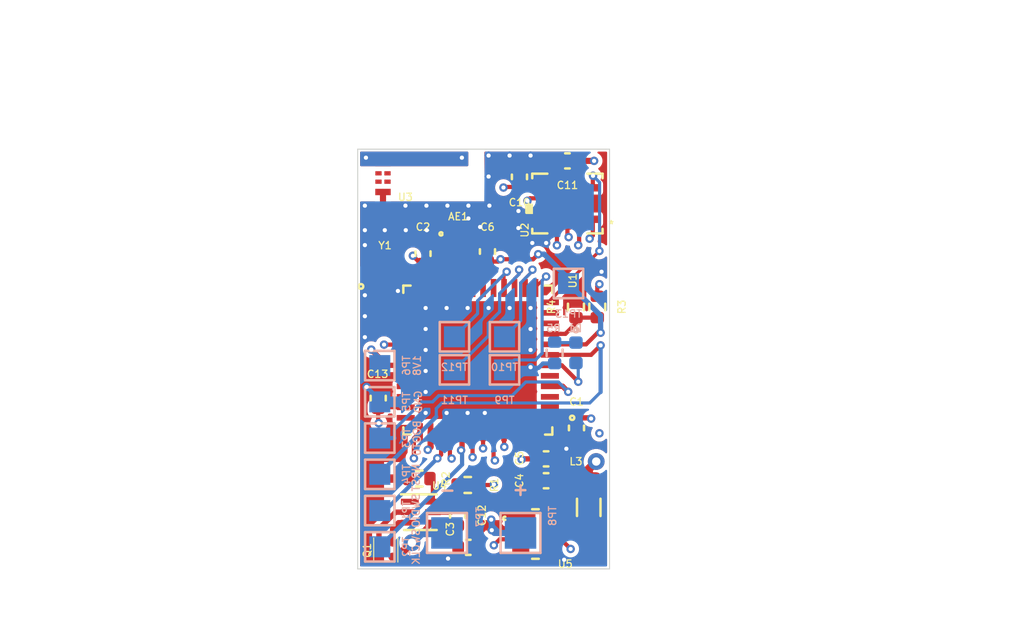
<source format=kicad_pcb>
(kicad_pcb (version 20171130) (host pcbnew 5.1.9-73d0e3b20d~88~ubuntu20.04.1)
  (layers (0 F.Cu jumper) (1 In1.Cu power) (2 In2.Cu power) (31 B.Cu signal) (34 B.Paste user) (35 F.Paste user) (36 B.SilkS user) (37 F.SilkS user) (38 B.Mask user) (39 F.Mask user) (44 Edge.Cuts user))
  (net 0 "")
  (net 1 "Net-(AE1-Pad1)")
  (net 2 GND)
  (net 3 /RF1)
  (net 4 "Net-(U1-Pad17)")
  (net 5 "Net-(U1-Pad18)")
  (net 6 "Net-(U1-Pad19)")
  (net 7 "Net-(U1-Pad24)")
  (net 8 "Net-(U1-Pad46)")
  (net 9 "Net-(U1-Pad47)")
  (net 10 "Net-(U1-Pad2)")
  (net 11 "Net-(U1-Pad3)")
  (net 12 "Net-(U1-Pad5)")
  (net 13 "Net-(U1-Pad10)")
  (net 14 "Net-(U1-Pad11)")
  (net 15 "Net-(U1-Pad25)")
  (net 16 "Net-(U1-Pad26)")
  (net 17 "Net-(U1-Pad27)")
  (net 18 "Net-(U1-Pad30)")
  (net 19 "Net-(U1-Pad36)")
  (net 20 "Net-(U2-Pad10)")
  (net 21 "Net-(U2-Pad11)")
  (net 22 +BATT)
  (net 23 /LSM_INT1)
  (net 24 /LSM_INT2)
  (net 25 "Net-(U3-Pad2)")
  (net 26 "Net-(U3-Pad3)")
  (net 27 "Net-(U3-Pad5)")
  (net 28 "Net-(U3-Pad6)")
  (net 29 /CS)
  (net 30 /SCK)
  (net 31 /MISO)
  (net 32 /MOSI)
  (net 33 /SWDIO)
  (net 34 /SWCLK)
  (net 35 /BOOT0)
  (net 36 "Net-(U4-Pad1)")
  (net 37 +1V8)
  (net 38 "Net-(L3-Pad1)")
  (net 39 /TPS_MODE)
  (net 40 /TPS_STOP)
  (net 41 /CELL-)
  (net 42 "Net-(C12-Pad1)")
  (net 43 "Net-(R2-Pad2)")
  (net 44 /D_gate)
  (net 45 /C_gate)
  (net 46 /BATT_LVL)
  (net 47 /NRST)
  (net 48 /RAD_PLANE)
  (net 49 /LED_1)
  (net 50 "Net-(D1-Pad1)")
  (net 51 /BTN_0)
  (net 52 /BTN_1)
  (net 53 /BTN_2)
  (net 54 /BTN_3)
  (net 55 "Net-(U1-Pad28)")
  (module step-footprints:AOCA32116E (layer F.Cu) (at 70.6628 38.1 90)
    (fp_text reference Q1 (at -0.0202 -1.2088 90) (layer F.SilkS) (effects (font (size 0.35 0.35) (thickness 0.06))))
    (fp_text value AOCA32116E)
    (pad 3 smd circle (at 0.325 -0.65 90) (size 0.33 0.33) (layers F.Cu F.Paste F.Mask) (net 45 /C_gate))
    (pad 2 smd circle (at -0.325 -0.65 90) (size 0.33 0.33) (layers F.Cu F.Paste F.Mask) (net 2 GND))
    (pad 4 smd circle (at 0.325 0 90) (size 0.33 0.33) (layers F.Cu F.Paste F.Mask) (net 44 /D_gate))
    (pad 1 smd circle (at -0.325 0 90) (size 0.33 0.33) (layers F.Cu F.Paste F.Mask) (net 41 /CELL-))
  )
  (module TestPoint:TestPoint_Pad_1.0x1.0mm (layer B.Cu) (at 79.0448 25.4)
    (fp_text reference TP13 (at 0 1.448) (layer B.SilkS) (effects (font (size 0.35 0.35) (thickness 0.06)) (justify mirror)))
    (fp_text value Test_Point_SMD hide)
    (pad 1 smd rect (at 0 0) (size 1 1) (layers B.Cu B.Mask) (net 37 +1V8))
  )
  (module TestPoint:TestPoint_Pad_1.0x1.0mm (layer B.Cu) (at 73.6092 27.94)
    (fp_text reference TP12 (at 0 1.448) (layer B.SilkS) (effects (font (size 0.35 0.35) (thickness 0.06)) (justify mirror)))
    (fp_text value Test_Point_SMD hide)
    (pad 1 smd rect (at 0 0) (size 1 1) (layers B.Cu B.Mask) (net 54 /BTN_3))
  )
  (module TestPoint:TestPoint_Pad_1.0x1.0mm (layer B.Cu) (at 73.6092 29.5148)
    (fp_text reference TP11 (at 0 1.448) (layer B.SilkS) (effects (font (size 0.35 0.35) (thickness 0.06)) (justify mirror)))
    (fp_text value Test_Point_SMD hide)
    (pad 1 smd rect (at 0 0) (size 1 1) (layers B.Cu B.Mask) (net 53 /BTN_2))
  )
  (module TestPoint:TestPoint_Pad_1.0x1.0mm (layer B.Cu) (at 75.9968 27.94)
    (fp_text reference TP10 (at 0 1.448) (layer B.SilkS) (effects (font (size 0.35 0.35) (thickness 0.06)) (justify mirror)))
    (fp_text value Test_Point_SMD hide)
    (pad 1 smd rect (at 0 0) (size 1 1) (layers B.Cu B.Mask) (net 52 /BTN_1))
  )
  (module TestPoint:TestPoint_Pad_1.0x1.0mm (layer B.Cu) (at 75.9968 29.5148)
    (fp_text reference TP9 (at 0 1.448) (layer B.SilkS) (effects (font (size 0.35 0.35) (thickness 0.06)) (justify mirror)))
    (fp_text value Test_Point_SMD hide)
    (pad 1 smd rect (at 0 0) (size 1 1) (layers B.Cu B.Mask) (net 51 /BTN_0))
  )
  (module Resistor_SMD:R_0402_1005Metric (layer B.Cu) (at 78.3844 28.702 270)
    (fp_text reference R5 (at -1.1684 0.0508 180) (layer B.SilkS) (effects (font (size 0.35 0.35) (thickness 0.06)) (justify mirror)))
    (fp_text value R_1K hide)
    (pad 2 smd roundrect (at 0.51 0 270) (size 0.54 0.64) (layers B.Cu B.Paste B.Mask) (net 2 GND))
    (pad 1 smd roundrect (at -0.51 0 270) (size 0.54 0.64) (layers B.Cu B.Paste B.Mask) (net 50 "Net-(D1-Pad1)"))
  )
  (module LED_SMD:LED_0402_1005Metric (layer B.Cu) (at 79.4004 28.702 270)
    (fp_text reference D1 (at -1.1684 0.0508 180) (layer B.SilkS) (effects (font (size 0.35 0.35) (thickness 0.06)) (justify mirror)))
    (fp_text value LED_Amber hide)
    (pad 2 smd roundrect (at 0.485 0 270) (size 0.59 0.64) (layers B.Cu B.Paste B.Mask) (net 49 /LED_1))
    (pad 1 smd roundrect (at -0.485 0 270) (size 0.59 0.64) (layers B.Cu B.Paste B.Mask) (net 50 "Net-(D1-Pad1)"))
  )
  (module TestPoint:TestPoint_Pad_1.5x1.5mm (layer B.Cu) (at 76.7588 37.2872)
    (fp_text reference TP8 (at 1.524 -0.8128 90) (layer B.SilkS) (effects (font (size 0.35 0.35) (thickness 0.06)) (justify mirror)))
    (fp_text value Test_Point_SMD hide)
    (pad 1 smd rect (at 0 0) (size 1.5 1.5) (layers B.Cu B.Mask) (net 22 +BATT))
  )
  (module TestPoint:TestPoint_Pad_1.5x1.5mm (layer B.Cu) (at 73.2536 37.2872)
    (fp_text reference TP7 (at 1.5748 -0.762 90) (layer B.SilkS) (effects (font (size 0.35 0.35) (thickness 0.06)) (justify mirror)))
    (fp_text value Test_Point_SMD hide)
    (pad 1 smd rect (at 0 0) (size 1.5 1.5) (layers B.Cu B.Mask) (net 41 /CELL-))
  )
  (module TestPoint:TestPoint_Pad_1.0x1.0mm (layer B.Cu) (at 70.0532 34.4932)
    (fp_text reference TP4 (at 1.27 0 90) (layer B.SilkS) (effects (font (size 0.35 0.35) (thickness 0.06)) (justify mirror)))
    (fp_text value Test_Point_SMD hide)
    (pad 1 smd rect (at 0 0) (size 1 1) (layers B.Cu B.Mask) (net 47 /NRST))
  )
  (module Resistor_SMD:R_0402_1005Metric (layer F.Cu) (at 79.4004 26.5176 90)
    (fp_text reference R4 (at 0 -1.17 90) (layer F.SilkS) (effects (font (size 0.35 0.35) (thickness 0.06))))
    (fp_text value R_100K)
    (pad 2 smd roundrect (at 0.51 0 90) (size 0.54 0.64) (layers F.Cu F.Paste F.Mask) (net 2 GND))
    (pad 1 smd roundrect (at -0.51 0 90) (size 0.54 0.64) (layers F.Cu F.Paste F.Mask) (net 46 /BATT_LVL))
  )
  (module Resistor_SMD:R_0402_1005Metric (layer F.Cu) (at 80.4164 26.5176 270)
    (fp_text reference R3 (at 0 -1.17 90) (layer F.SilkS) (effects (font (size 0.35 0.35) (thickness 0.06))))
    (fp_text value R_200K)
    (pad 2 smd roundrect (at 0.51 0 270) (size 0.54 0.64) (layers F.Cu F.Paste F.Mask) (net 46 /BATT_LVL))
    (pad 1 smd roundrect (at -0.51 0 270) (size 0.54 0.64) (layers F.Cu F.Paste F.Mask) (net 22 +BATT))
  )
  (module Capacitor_SMD:C_0402_1005Metric (layer F.Cu) (at 69.977 30.861 90)
    (fp_text reference C13 (at 1.143 -0.0254 180) (layer F.SilkS) (effects (font (size 0.35 0.35) (thickness 0.06))))
    (fp_text value C_100nF)
    (pad 2 smd roundrect (at 0.48 0 90) (size 0.56 0.62) (layers F.Cu F.Paste F.Mask) (net 2 GND))
    (pad 1 smd roundrect (at -0.48 0 90) (size 0.56 0.62) (layers F.Cu F.Paste F.Mask) (net 37 +1V8))
  )
  (module step-footprints:ANT016008LCS2442MA2 (layer F.Cu) (at 70.2056 20.35 270)
    (fp_text reference U3 (at 0.9352 -1.0668) (layer F.SilkS) (effects (font (size 0.35 0.35) (thickness 0.06))))
    (fp_text value ANT016008LCS2442MA2 hide)
    (pad 1 smd rect (at -0.690001 0) (size 0.7366 0.3048) (layers F.Cu F.Paste F.Mask) (net 48 /RAD_PLANE))
    (pad 2 smd rect (at -0.2 0.215011 270) (size 0.2032 0.3) (layers F.Cu F.Paste F.Mask) (net 25 "Net-(U3-Pad2)"))
    (pad 3 smd rect (at 0.2 0.215011 270) (size 0.2032 0.3) (layers F.Cu F.Paste F.Mask) (net 26 "Net-(U3-Pad3)"))
    (pad 4 smd rect (at 0.690001 0) (size 0.7366 0.3048) (layers F.Cu F.Paste F.Mask) (net 1 "Net-(AE1-Pad1)"))
    (pad 5 smd rect (at 0.2 -0.215011 270) (size 0.2032 0.3) (layers F.Cu F.Paste F.Mask) (net 27 "Net-(U3-Pad5)"))
    (pad 6 smd rect (at -0.2 -0.215011 270) (size 0.2032 0.3) (layers F.Cu F.Paste F.Mask) (net 28 "Net-(U3-Pad6)"))
  )
  (module Capacitor_SMD:C_0402_1005Metric (layer F.Cu) (at 73.7616 36.449 270)
    (fp_text reference C12 (at 0 -1.16 90) (layer F.SilkS) (effects (font (size 0.35 0.35) (thickness 0.06))))
    (fp_text value C_0.1uF)
    (pad 2 smd roundrect (at 0.48 0 270) (size 0.56 0.62) (layers F.Cu F.Paste F.Mask) (net 41 /CELL-))
    (pad 1 smd roundrect (at -0.48 0 270) (size 0.56 0.62) (layers F.Cu F.Paste F.Mask) (net 42 "Net-(C12-Pad1)"))
  )
  (module Resistor_SMD:R_0402_1005Metric (layer F.Cu) (at 71.9328 34.6964)
    (fp_text reference R2 (at 1.27 0 270) (layer F.SilkS) (effects (font (size 0.35 0.35) (thickness 0.06))))
    (fp_text value R_2.2K)
    (pad 2 smd roundrect (at 0.51 0) (size 0.54 0.64) (layers F.Cu F.Paste F.Mask) (net 43 "Net-(R2-Pad2)"))
    (pad 1 smd roundrect (at -0.51 0) (size 0.54 0.64) (layers F.Cu F.Paste F.Mask) (net 2 GND))
  )
  (module Resistor_SMD:R_0402_1005Metric (layer F.Cu) (at 74.2442 35.0012)
    (fp_text reference R1 (at 1.27 0 90) (layer F.SilkS) (effects (font (size 0.35 0.35) (thickness 0.06))))
    (fp_text value R_330)
    (pad 2 smd roundrect (at 0.51 0) (size 0.54 0.64) (layers F.Cu F.Paste F.Mask) (net 22 +BATT))
    (pad 1 smd roundrect (at -0.51 0) (size 0.54 0.64) (layers F.Cu F.Paste F.Mask) (net 42 "Net-(C12-Pad1)"))
  )
  (module Capacitor_SMD:C_0402_1005Metric (layer F.Cu) (at 77.978 34.798 180)
    (fp_text reference C4 (at 1.27 0 90) (layer F.SilkS) (effects (font (size 0.35 0.35) (thickness 0.06))))
    (fp_text value C_10uF)
    (pad 2 smd roundrect (at 0.48 0 180) (size 0.56 0.62) (layers F.Cu F.Paste F.Mask) (net 2 GND))
    (pad 1 smd roundrect (at -0.48 0 180) (size 0.56 0.62) (layers F.Cu F.Paste F.Mask) (net 37 +1V8))
  )
  (module step-footprints:TPS62840DLCR (layer F.Cu) (at 77.47 37.338)
    (fp_text reference U5 (at 1.4224 1.4224) (layer F.SilkS) (effects (font (size 0.35 0.35) (thickness 0.06))))
    (fp_text value TPS62840DLCR hide)
    (pad 1 smd rect (at -0.6985 -0.750001) (size 0.8128 0.254) (layers F.Cu F.Paste F.Mask) (net 2 GND))
    (pad 2 smd rect (at -0.6985 -0.25) (size 0.8128 0.254) (layers F.Cu F.Paste F.Mask) (net 22 +BATT))
    (pad 3 smd rect (at -0.6985 0.25) (size 0.8128 0.254) (layers F.Cu F.Paste F.Mask) (net 39 /TPS_MODE))
    (pad 4 smd rect (at -0.6985 0.750001) (size 0.8128 0.254) (layers F.Cu F.Paste F.Mask) (net 22 +BATT))
    (pad 5 smd rect (at 0.6985 0.750001) (size 0.8128 0.254) (layers F.Cu F.Paste F.Mask) (net 2 GND))
    (pad 6 smd rect (at 0.6985 0.25) (size 0.8128 0.254) (layers F.Cu F.Paste F.Mask) (net 40 /TPS_STOP))
    (pad 7 smd rect (at 0.6985 -0.25) (size 0.8128 0.254) (layers F.Cu F.Paste F.Mask) (net 38 "Net-(L3-Pad1)"))
    (pad 8 smd rect (at 0.6985 -0.750001) (size 0.8128 0.254) (layers F.Cu F.Paste F.Mask) (net 37 +1V8))
  )
  (module TestPoint:TestPoint_Pad_1.0x1.0mm (layer B.Cu) (at 70.0532 29.3116)
    (fp_text reference TP6 (at 1.27 0 90) (layer B.SilkS) (effects (font (size 0.35 0.35) (thickness 0.06)) (justify mirror)))
    (fp_text value Test_Point_SMD)
    (pad 1 smd rect (at 0 0) (size 1 1) (layers B.Cu B.Mask) (net 37 +1V8))
  )
  (module TestPoint:TestPoint_Pad_1.0x1.0mm (layer B.Cu) (at 70.0532 31.0388)
    (fp_text reference TP5 (at 1.27 0 90) (layer B.SilkS) (effects (font (size 0.35 0.35) (thickness 0.06)) (justify mirror)))
    (fp_text value Test_Point_SMD)
    (pad 1 smd rect (at 0 0) (size 1 1) (layers B.Cu B.Mask) (net 2 GND))
  )
  (module TestPoint:TestPoint_Pad_1.0x1.0mm (layer B.Cu) (at 70.0532 32.766)
    (fp_text reference TP3 (at 1.27 0 90) (layer B.SilkS) (effects (font (size 0.35 0.35) (thickness 0.06)) (justify mirror)))
    (fp_text value Test_Point_SMD)
    (pad 1 smd rect (at 0 0) (size 1 1) (layers B.Cu B.Mask) (net 35 /BOOT0))
  )
  (module TestPoint:TestPoint_Pad_1.0x1.0mm (layer B.Cu) (at 70.0532 37.9476)
    (fp_text reference TP2 (at 1.27 0 90) (layer B.SilkS) (effects (font (size 0.35 0.35) (thickness 0.06)) (justify mirror)))
    (fp_text value Test_Point_SMD)
    (pad 1 smd rect (at 0 0) (size 1 1) (layers B.Cu B.Mask) (net 34 /SWCLK))
  )
  (module TestPoint:TestPoint_Pad_1.0x1.0mm (layer B.Cu) (at 70.0532 36.2204)
    (fp_text reference TP1 (at 1.27 0 90) (layer B.SilkS) (effects (font (size 0.35 0.35) (thickness 0.06)) (justify mirror)))
    (fp_text value Test_Point_SMD)
    (pad 1 smd rect (at 0 0) (size 1 1) (layers B.Cu B.Mask) (net 33 /SWDIO))
  )
  (module Inductor_SMD:L_0805_2012Metric_Pad1.05x1.20mm_HandSolder (layer F.Cu) (at 80.01 36.068 90)
    (fp_text reference L3 (at 2.1844 -0.6096) (layer F.SilkS) (effects (font (size 0.35 0.35) (thickness 0.06))))
    (fp_text value L_2.2uH)
    (pad 2 smd roundrect (at 1.15 0 90) (size 1.05 1.2) (layers F.Cu F.Paste F.Mask) (roundrect_rratio 0.238095) (net 37 +1V8))
    (pad 1 smd roundrect (at -1.15 0 90) (size 1.05 1.2) (layers F.Cu F.Paste F.Mask) (roundrect_rratio 0.238095) (net 38 "Net-(L3-Pad1)"))
  )
  (module Capacitor_SMD:C_0402_1005Metric (layer F.Cu) (at 74.2696 37.973 180)
    (fp_text reference C3 (at 0.8636 0.8636 270) (layer F.SilkS) (effects (font (size 0.35 0.35) (thickness 0.06))))
    (fp_text value C_4.7uF)
    (pad 2 smd roundrect (at 0.48 0 180) (size 0.56 0.62) (layers F.Cu F.Paste F.Mask) (net 2 GND))
    (pad 1 smd roundrect (at -0.48 0 180) (size 0.56 0.62) (layers F.Cu F.Paste F.Mask) (net 22 +BATT))
  )
  (module Package_SON:WSON-6_1.5x1.5mm_P0.5mm (layer F.Cu) (at 72.009 36.2966)
    (fp_text reference U4 (at 0.8876 -1.26) (layer F.SilkS) (effects (font (size 0.35 0.35) (thickness 0.06))))
    (fp_text value BQ297xy)
    (pad 1 smd rect (at -0.525 -0.5 270) (size 0.28 0.85) (layers F.Cu F.Paste F.Mask) (net 36 "Net-(U4-Pad1)"))
    (pad 2 smd rect (at -0.575 0 270) (size 0.28 0.75) (layers F.Cu F.Paste F.Mask) (net 45 /C_gate))
    (pad 3 smd rect (at -0.575 0.5 270) (size 0.28 0.75) (layers F.Cu F.Paste F.Mask) (net 44 /D_gate))
    (pad 4 smd rect (at 0.575 0.5 270) (size 0.28 0.75) (layers F.Cu F.Paste F.Mask) (net 41 /CELL-))
    (pad 5 smd rect (at 0.575 0 270) (size 0.28 0.75) (layers F.Cu F.Paste F.Mask) (net 42 "Net-(C12-Pad1)"))
    (pad 6 smd rect (at 0.575 -0.5 270) (size 0.28 0.75) (layers F.Cu F.Paste F.Mask) (net 43 "Net-(R2-Pad2)"))
  )
  (module Capacitor_SMD:C_0402_1005Metric (layer F.Cu) (at 78.994 19.558 180)
    (fp_text reference C11 (at 0 -1.16) (layer F.SilkS) (effects (font (size 0.35 0.35) (thickness 0.06))))
    (fp_text value C_100nF)
    (pad 2 smd roundrect (at 0.48 0 180) (size 0.56 0.62) (layers F.Cu F.Paste F.Mask) (net 2 GND))
    (pad 1 smd roundrect (at -0.48 0 180) (size 0.56 0.62) (layers F.Cu F.Paste F.Mask) (net 37 +1V8))
  )
  (module Capacitor_SMD:C_0402_1005Metric (layer F.Cu) (at 76.708 20.32 90)
    (fp_text reference C10 (at -1.2192 0 180) (layer F.SilkS) (effects (font (size 0.35 0.35) (thickness 0.06))))
    (fp_text value C_100nF)
    (pad 2 smd roundrect (at 0.48 0 90) (size 0.56 0.62) (layers F.Cu F.Paste F.Mask) (net 2 GND))
    (pad 1 smd roundrect (at -0.48 0 90) (size 0.56 0.62) (layers F.Cu F.Paste F.Mask) (net 37 +1V8))
  )
  (module Capacitor_SMD:C_0402_1005Metric (layer F.Cu) (at 75.184 23.876 90)
    (fp_text reference C6 (at 1.1684 0) (layer F.SilkS) (effects (font (size 0.35 0.35) (thickness 0.06))))
    (fp_text value C_100nF)
    (pad 2 smd roundrect (at 0.48 0 90) (size 0.56 0.62) (layers F.Cu F.Paste F.Mask) (net 2 GND))
    (pad 1 smd roundrect (at -0.48 0 90) (size 0.56 0.62) (layers F.Cu F.Paste F.Mask) (net 37 +1V8))
  )
  (module Capacitor_SMD:C_0402_1005Metric (layer F.Cu) (at 77.978 33.7566)
    (fp_text reference C5 (at -1.27 -0.0254 90) (layer F.SilkS) (effects (font (size 0.35 0.35) (thickness 0.06))))
    (fp_text value C_100nF)
    (pad 2 smd roundrect (at 0.48 0) (size 0.56 0.62) (layers F.Cu F.Paste F.Mask) (net 2 GND))
    (pad 1 smd roundrect (at -0.48 0) (size 0.56 0.62) (layers F.Cu F.Paste F.Mask) (net 37 +1V8))
  )
  (module Capacitor_SMD:C_0402_1005Metric (layer F.Cu) (at 72.1106 23.9776 90)
    (fp_text reference C2 (at 1.27 0 180) (layer F.SilkS) (effects (font (size 0.35 0.35) (thickness 0.06))))
    (fp_text value C_100nF)
    (pad 2 smd roundrect (at 0.48 0 90) (size 0.56 0.62) (layers F.Cu F.Paste F.Mask) (net 2 GND))
    (pad 1 smd roundrect (at -0.48 0 90) (size 0.56 0.62) (layers F.Cu F.Paste F.Mask) (net 37 +1V8))
  )
  (module Capacitor_SMD:C_0402_1005Metric (layer F.Cu) (at 79.4258 32.2834 270)
    (fp_text reference C1 (at -1.2446 0) (layer F.SilkS) (effects (font (size 0.35 0.35) (thickness 0.06))))
    (fp_text value C_100nF)
    (pad 2 smd roundrect (at 0.48 0 270) (size 0.56 0.62) (layers F.Cu F.Paste F.Mask) (net 2 GND))
    (pad 1 smd roundrect (at -0.48 0 270) (size 0.56 0.62) (layers F.Cu F.Paste F.Mask) (net 37 +1V8))
  )
  (module step-footprints:LSM6DSO32TR (layer F.Cu) (at 78.994 21.59 180)
    (fp_text reference U2 (at 2.032 -1.27 90) (layer F.SilkS) (effects (font (size 0.35 0.35) (thickness 0.06))))
    (fp_text value LSM6DSO32TR)
    (fp_text user * (at -2.0828 -1) (layer F.SilkS) (effects (font (size 0.35 0.35) (thickness 0.06))))
    (fp_text user * (at -2.0828 -1) (layer F.SilkS) (effects (font (size 0.35 0.35) (thickness 0.06))))
    (pad 1 smd rect (at -1.2103 -0.750001 270) (size 0.351536 0.57658) (layers F.Cu F.Paste F.Mask) (net 31 /MISO))
    (pad 2 smd rect (at -1.2103 -0.25 270) (size 0.351536 0.57658) (layers F.Cu F.Paste F.Mask) (net 2 GND))
    (pad 3 smd rect (at -1.2103 0.25 270) (size 0.351536 0.57658) (layers F.Cu F.Paste F.Mask) (net 2 GND))
    (pad 4 smd rect (at -1.2103 0.750001 270) (size 0.351536 0.57658) (layers F.Cu F.Paste F.Mask) (net 23 /LSM_INT1))
    (pad 5 smd rect (at -0.499999 0.9563 180) (size 0.351536 0.57658) (layers F.Cu F.Paste F.Mask) (net 37 +1V8))
    (pad 6 smd rect (at 0 0.9563 180) (size 0.351536 0.57658) (layers F.Cu F.Paste F.Mask) (net 2 GND))
    (pad 7 smd rect (at 0.499999 0.9563 180) (size 0.351536 0.57658) (layers F.Cu F.Paste F.Mask) (net 2 GND))
    (pad 8 smd rect (at 1.2103 0.750001 270) (size 0.351536 0.57658) (layers F.Cu F.Paste F.Mask) (net 37 +1V8))
    (pad 9 smd rect (at 1.2103 0.25 270) (size 0.351536 0.57658) (layers F.Cu F.Paste F.Mask) (net 24 /LSM_INT2))
    (pad 10 smd rect (at 1.2103 -0.25 270) (size 0.351536 0.57658) (layers F.Cu F.Paste F.Mask) (net 20 "Net-(U2-Pad10)"))
    (pad 11 smd rect (at 1.2103 -0.750001 270) (size 0.351536 0.57658) (layers F.Cu F.Paste F.Mask) (net 21 "Net-(U2-Pad11)"))
    (pad 12 smd rect (at 0.499999 -0.9563 180) (size 0.351536 0.57658) (layers F.Cu F.Paste F.Mask) (net 29 /CS))
    (pad 13 smd rect (at 0 -0.9563 180) (size 0.351536 0.57658) (layers F.Cu F.Paste F.Mask) (net 30 /SCK))
    (pad 14 smd rect (at -0.499999 -0.9563 180) (size 0.351536 0.57658) (layers F.Cu F.Paste F.Mask) (net 32 /MOSI))
  )
  (module step-footprints:OSCSC105P160X120X35-4N (layer F.Cu) (at 70.1548 24.7396)
    (fp_text reference Y1 (at 0.150113 -1.150848) (layer F.SilkS) (effects (font (size 0.35 0.35) (thickness 0.06))))
    (fp_text value NX1612SA-32.000MHZ-CHP-CIS-3)
    (pad 4 smd rect (at -0.525 -0.375) (size 0.75 0.65) (layers F.Cu F.Paste) (net 2 GND))
    (pad 3 smd rect (at 0.525 -0.375) (size 0.75 0.65) (layers F.Cu F.Paste) (net 7 "Net-(U1-Pad24)"))
    (pad 1 smd rect (at -0.525 0.375) (size 0.75 0.65) (layers F.Cu F.Paste) (net 15 "Net-(U1-Pad25)"))
    (pad 2 smd rect (at 0.525 0.375) (size 0.75 0.65) (layers F.Cu F.Paste) (net 2 GND))
  )
  (module step-footprints:MLPF-WB55-01E3 (layer F.Cu) (at 73.724 23.622)
    (fp_text reference AE1 (at 0.063 -1.412) (layer F.SilkS) (effects (font (size 0.35 0.35) (thickness 0.06))))
    (fp_text value MLPF-WB55-01E3)
    (pad 1 smd rect (at -0.254 -0.586999) (size 0.2032 0.2032) (layers F.Cu F.Paste F.Mask) (net 1 "Net-(AE1-Pad1)"))
    (pad 2 smd rect (at -0.254 0) (size 0.2032 0.2032) (layers F.Cu F.Paste F.Mask) (net 2 GND))
    (pad 3 smd rect (at -0.254 0.586999) (size 0.2032 0.2032) (layers F.Cu F.Paste F.Mask) (net 3 /RF1))
    (pad 4 smd rect (at 0.254 0.586999) (size 0.2032 0.2032) (layers F.Cu F.Paste F.Mask) (net 2 GND))
    (pad 5 smd rect (at 0.254 0) (size 0.2032 0.2032) (layers F.Cu F.Paste F.Mask) (net 2 GND))
    (pad 6 smd rect (at 0.254 -0.586999) (size 0.2032 0.2032) (layers F.Cu F.Paste F.Mask) (net 2 GND))
  )
  (module step-footprints:QFN50P700X700X60-49N (layer F.Cu) (at 74.724 29.05 180)
    (fp_text reference U1 (at -4.524 3.777 90) (layer F.SilkS) (effects (font (size 0.35 0.35) (thickness 0.06))))
    (fp_text value STM32WB55CEU6TR)
    (pad 13 smd roundrect (at -2.75 3.435 270) (size 0.86 0.27) (layers F.Cu F.Paste F.Mask) (roundrect_rratio 0.03) (net 51 /BTN_0))
    (pad 14 smd roundrect (at -2.25 3.435 270) (size 0.86 0.27) (layers F.Cu F.Paste F.Mask) (roundrect_rratio 0.03) (net 52 /BTN_1))
    (pad 15 smd roundrect (at -1.75 3.435 270) (size 0.86 0.27) (layers F.Cu F.Paste F.Mask) (roundrect_rratio 0.03) (net 53 /BTN_2))
    (pad 16 smd roundrect (at -1.25 3.435 270) (size 0.86 0.27) (layers F.Cu F.Paste F.Mask) (roundrect_rratio 0.03) (net 54 /BTN_3))
    (pad 17 smd roundrect (at -0.75 3.435 270) (size 0.86 0.27) (layers F.Cu F.Paste F.Mask) (roundrect_rratio 0.03) (net 4 "Net-(U1-Pad17)"))
    (pad 18 smd roundrect (at -0.25 3.435 270) (size 0.86 0.27) (layers F.Cu F.Paste F.Mask) (roundrect_rratio 0.03) (net 5 "Net-(U1-Pad18)"))
    (pad 19 smd roundrect (at 0.25 3.435 270) (size 0.86 0.27) (layers F.Cu F.Paste F.Mask) (roundrect_rratio 0.03) (net 6 "Net-(U1-Pad19)"))
    (pad 20 smd roundrect (at 0.75 3.435 270) (size 0.86 0.27) (layers F.Cu F.Paste F.Mask) (roundrect_rratio 0.03) (net 37 +1V8))
    (pad 21 smd roundrect (at 1.25 3.435 270) (size 0.86 0.27) (layers F.Cu F.Paste F.Mask) (roundrect_rratio 0.03) (net 3 /RF1))
    (pad 22 smd roundrect (at 1.75 3.435 270) (size 0.86 0.27) (layers F.Cu F.Paste F.Mask) (roundrect_rratio 0.03) (net 2 GND))
    (pad 23 smd roundrect (at 2.25 3.435 270) (size 0.86 0.27) (layers F.Cu F.Paste F.Mask) (roundrect_rratio 0.03) (net 37 +1V8))
    (pad 24 smd roundrect (at 2.75 3.435 270) (size 0.86 0.27) (layers F.Cu F.Paste F.Mask) (roundrect_rratio 0.03) (net 7 "Net-(U1-Pad24)"))
    (pad 37 smd roundrect (at 2.75 -3.435 270) (size 0.86 0.27) (layers F.Cu F.Paste F.Mask) (roundrect_rratio 0.03) (net 39 /TPS_MODE))
    (pad 38 smd roundrect (at 2.25 -3.435 270) (size 0.86 0.27) (layers F.Cu F.Paste F.Mask) (roundrect_rratio 0.03) (net 40 /TPS_STOP))
    (pad 39 smd roundrect (at 1.75 -3.435 270) (size 0.86 0.27) (layers F.Cu F.Paste F.Mask) (roundrect_rratio 0.03) (net 33 /SWDIO))
    (pad 40 smd roundrect (at 1.25 -3.435 270) (size 0.86 0.27) (layers F.Cu F.Paste F.Mask) (roundrect_rratio 0.03) (net 37 +1V8))
    (pad 41 smd roundrect (at 0.75 -3.435 270) (size 0.86 0.27) (layers F.Cu F.Paste F.Mask) (roundrect_rratio 0.03) (net 34 /SWCLK))
    (pad 42 smd roundrect (at 0.25 -3.435 270) (size 0.86 0.27) (layers F.Cu F.Paste F.Mask) (roundrect_rratio 0.03) (net 29 /CS))
    (pad 43 smd roundrect (at -0.25 -3.435 270) (size 0.86 0.27) (layers F.Cu F.Paste F.Mask) (roundrect_rratio 0.03) (net 30 /SCK))
    (pad 44 smd roundrect (at -0.75 -3.435 270) (size 0.86 0.27) (layers F.Cu F.Paste F.Mask) (roundrect_rratio 0.03) (net 31 /MISO))
    (pad 45 smd roundrect (at -1.25 -3.435 270) (size 0.86 0.27) (layers F.Cu F.Paste F.Mask) (roundrect_rratio 0.03) (net 32 /MOSI))
    (pad 46 smd roundrect (at -1.75 -3.435 270) (size 0.86 0.27) (layers F.Cu F.Paste F.Mask) (roundrect_rratio 0.03) (net 8 "Net-(U1-Pad46)"))
    (pad 47 smd roundrect (at -2.25 -3.435 270) (size 0.86 0.27) (layers F.Cu F.Paste F.Mask) (roundrect_rratio 0.03) (net 9 "Net-(U1-Pad47)"))
    (pad 48 smd roundrect (at -2.75 -3.435 270) (size 0.86 0.27) (layers F.Cu F.Paste F.Mask) (roundrect_rratio 0.03) (net 37 +1V8))
    (pad 1 smd roundrect (at -3.435 -2.75 180) (size 0.86 0.27) (layers F.Cu F.Paste F.Mask) (roundrect_rratio 0.03) (net 37 +1V8))
    (pad 2 smd roundrect (at -3.435 -2.25 180) (size 0.86 0.27) (layers F.Cu F.Paste F.Mask) (roundrect_rratio 0.03) (net 10 "Net-(U1-Pad2)"))
    (pad 3 smd roundrect (at -3.435 -1.75 180) (size 0.86 0.27) (layers F.Cu F.Paste F.Mask) (roundrect_rratio 0.03) (net 11 "Net-(U1-Pad3)"))
    (pad 4 smd roundrect (at -3.435 -1.25 180) (size 0.86 0.27) (layers F.Cu F.Paste F.Mask) (roundrect_rratio 0.03) (net 35 /BOOT0))
    (pad 5 smd roundrect (at -3.435 -0.75 180) (size 0.86 0.27) (layers F.Cu F.Paste F.Mask) (roundrect_rratio 0.03) (net 12 "Net-(U1-Pad5)"))
    (pad 6 smd roundrect (at -3.435 -0.25 180) (size 0.86 0.27) (layers F.Cu F.Paste F.Mask) (roundrect_rratio 0.03) (net 49 /LED_1))
    (pad 7 smd roundrect (at -3.435 0.25 180) (size 0.86 0.27) (layers F.Cu F.Paste F.Mask) (roundrect_rratio 0.03) (net 47 /NRST))
    (pad 8 smd roundrect (at -3.435 0.75 180) (size 0.86 0.27) (layers F.Cu F.Paste F.Mask) (roundrect_rratio 0.03) (net 37 +1V8))
    (pad 9 smd roundrect (at -3.435 1.25 180) (size 0.86 0.27) (layers F.Cu F.Paste F.Mask) (roundrect_rratio 0.03) (net 46 /BATT_LVL))
    (pad 10 smd roundrect (at -3.435 1.75 180) (size 0.86 0.27) (layers F.Cu F.Paste F.Mask) (roundrect_rratio 0.03) (net 13 "Net-(U1-Pad10)"))
    (pad 11 smd roundrect (at -3.435 2.25 180) (size 0.86 0.27) (layers F.Cu F.Paste F.Mask) (roundrect_rratio 0.03) (net 14 "Net-(U1-Pad11)"))
    (pad 12 smd roundrect (at -3.435 2.75 180) (size 0.86 0.27) (layers F.Cu F.Paste F.Mask) (roundrect_rratio 0.03) (net 23 /LSM_INT1))
    (pad 25 smd roundrect (at 3.435 2.75 180) (size 0.86 0.27) (layers F.Cu F.Paste F.Mask) (roundrect_rratio 0.03) (net 15 "Net-(U1-Pad25)"))
    (pad 26 smd roundrect (at 3.435 2.25 180) (size 0.86 0.27) (layers F.Cu F.Paste F.Mask) (roundrect_rratio 0.03) (net 16 "Net-(U1-Pad26)"))
    (pad 27 smd roundrect (at 3.435 1.75 180) (size 0.86 0.27) (layers F.Cu F.Paste F.Mask) (roundrect_rratio 0.03) (net 17 "Net-(U1-Pad27)"))
    (pad 28 smd roundrect (at 3.435 1.25 180) (size 0.86 0.27) (layers F.Cu F.Paste F.Mask) (roundrect_rratio 0.03) (net 55 "Net-(U1-Pad28)"))
    (pad 29 smd roundrect (at 3.435 0.75 180) (size 0.86 0.27) (layers F.Cu F.Paste F.Mask) (roundrect_rratio 0.03) (net 24 /LSM_INT2))
    (pad 30 smd roundrect (at 3.435 0.25 180) (size 0.86 0.27) (layers F.Cu F.Paste F.Mask) (roundrect_rratio 0.03) (net 18 "Net-(U1-Pad30)"))
    (pad 31 smd roundrect (at 3.435 -0.25 180) (size 0.86 0.27) (layers F.Cu F.Paste F.Mask) (roundrect_rratio 0.03) (net 37 +1V8))
    (pad 32 smd roundrect (at 3.435 -0.75 180) (size 0.86 0.27) (layers F.Cu F.Paste F.Mask) (roundrect_rratio 0.03) (net 2 GND))
    (pad 33 smd roundrect (at 3.435 -1.25 180) (size 0.86 0.27) (layers F.Cu F.Paste F.Mask) (roundrect_rratio 0.03) (net 37 +1V8))
    (pad 34 smd roundrect (at 3.435 -1.75 180) (size 0.86 0.27) (layers F.Cu F.Paste F.Mask) (roundrect_rratio 0.03) (net 37 +1V8))
    (pad 35 smd roundrect (at 3.435 -2.25 180) (size 0.86 0.27) (layers F.Cu F.Paste F.Mask) (roundrect_rratio 0.03) (net 37 +1V8))
    (pad 36 smd roundrect (at 3.435 -2.75 180) (size 0.86 0.27) (layers F.Cu F.Paste F.Mask) (roundrect_rratio 0.03) (net 19 "Net-(U1-Pad36)"))
    (pad 49 smd rect (at 0 0 180) (size 5.6 5.6) (layers F.Cu F.Mask) (net 2 GND))
  )
  (gr_text 1V8 (at 71.8312 29.3116 90) (layer B.SilkS) (effects (font (size 0.35 0.35) (thickness 0.06)) (justify mirror)))
  (gr_text GND (at 71.882 31.0388 90) (layer B.SilkS) (effects (font (size 0.35 0.35) (thickness 0.06)) (justify mirror)))
  (gr_text BOOT0 (at 71.8312 32.766 90) (layer B.SilkS) (effects (font (size 0.35 0.35) (thickness 0.06)) (justify mirror)))
  (gr_text NRST (at 71.7804 34.6456 90) (layer B.SilkS) (effects (font (size 0.35 0.35) (thickness 0.06)) (justify mirror)))
  (gr_text SWCLK (at 71.7804 37.9476 90) (layer B.SilkS) (effects (font (size 0.35 0.35) (thickness 0.06)) (justify mirror)))
  (gr_text SWDIO (at 71.7804 36.2204 90) (layer B.SilkS) (effects (font (size 0.35 0.35) (thickness 0.06)) (justify mirror)))
  (gr_text - (at 73.279 35.2298) (layer B.SilkS) (effects (font (size 0.6 0.6) (thickness 0.12))))
  (gr_text + (at 76.7588 35.2044) (layer B.SilkS) (effects (font (size 0.6 0.6) (thickness 0.12))))
  (gr_line (start 69 39) (end 69 19) (layer Edge.Cuts) (width 0.05))
  (gr_line (start 81 39) (end 69 39) (layer Edge.Cuts) (width 0.05))
  (gr_line (start 81 19) (end 81 39) (layer Edge.Cuts) (width 0.05))
  (gr_line (start 69 19) (end 81 19) (layer Edge.Cuts) (width 0.05))
  (segment (start 73.47 22.923001) (end 73.47 22.67) (width 0.2) (layer F.Cu) (net 1))
  (segment (start 73.47 23.035001) (end 73.47 22.923001) (width 0.2) (layer F.Cu) (net 1))
  (segment (start 73.47 22.5684) (end 73.47 22.67) (width 0.29337) (layer F.Cu) (net 1))
  (segment (start 73.2028 22.3012) (end 73.47 22.5684) (width 0.29337) (layer F.Cu) (net 1))
  (segment (start 70.4088 22.3012) (end 73.2028 22.3012) (width 0.29337) (layer F.Cu) (net 1))
  (segment (start 70.2056 22.098) (end 70.4088 22.3012) (width 0.29337) (layer F.Cu) (net 1))
  (segment (start 70.2056 21.040001) (end 70.2056 22.098) (width 0.29337) (layer F.Cu) (net 1))
  (via (at 74.2752 22.3012) (size 0.4) (drill 0.2) (layers F.Cu B.Cu) (net 2))
  (via (at 74.834 22.7076) (size 0.4) (drill 0.2) (layers F.Cu B.Cu) (net 2))
  (via (at 69.342 25.9588) (size 0.4) (drill 0.2) (layers F.Cu B.Cu) (net 2))
  (via (at 69.342 26.9588) (size 0.4) (drill 0.2) (layers F.Cu B.Cu) (net 2))
  (via (at 69.342 27.9588) (size 0.4) (drill 0.2) (layers F.Cu B.Cu) (net 2))
  (via (at 80.6196 24.8412) (size 0.4) (drill 0.2) (layers F.Cu B.Cu) (net 2))
  (via (at 77.9808 23.4696) (size 0.4) (drill 0.2) (layers F.Cu B.Cu) (net 2))
  (via (at 76.6572 22.7584) (size 0.4) (drill 0.2) (layers F.Cu B.Cu) (net 2))
  (via (at 76.66 21.9456) (size 0.4) (drill 0.2) (layers F.Cu B.Cu) (net 2))
  (via (at 77.3204 23.4696) (size 0.4) (drill 0.2) (layers F.Cu B.Cu) (net 2))
  (via (at 69.342 23.5712) (size 0.4) (drill 0.2) (layers F.Cu B.Cu) (net 2))
  (via (at 69.342 21.6916) (size 0.4) (drill 0.2) (layers F.Cu B.Cu) (net 2))
  (via (at 71.2752 21.6916) (size 0.4) (drill 0.2) (layers F.Cu B.Cu) (net 2))
  (via (at 75.2376 19.304) (size 0.4) (drill 0.2) (layers F.Cu B.Cu) (net 2))
  (segment (start 78.494001 19.577999) (end 78.514 19.558) (width 0.29337) (layer F.Cu) (net 2))
  (segment (start 78.494001 20.6337) (end 78.494001 19.577999) (width 0.29337) (layer F.Cu) (net 2))
  (segment (start 78.994 20.6337) (end 78.494001 20.6337) (width 0.15) (layer F.Cu) (net 2))
  (segment (start 80.2043 21.34) (end 80.2043 21.84) (width 0.15) (layer F.Cu) (net 2))
  (segment (start 78.994 21.092761) (end 78.994 20.6337) (width 0.15) (layer F.Cu) (net 2))
  (segment (start 79.241239 21.34) (end 78.994 21.092761) (width 0.15) (layer F.Cu) (net 2))
  (segment (start 80.2043 21.34) (end 79.241239 21.34) (width 0.15) (layer F.Cu) (net 2))
  (segment (start 76.7715 36.587999) (end 76.7715 36.1315) (width 0.29337) (layer F.Cu) (net 2))
  (segment (start 78.458 33.7566) (end 78.458 33.7312) (width 0.254) (layer F.Cu) (net 2))
  (via (at 78.9432 33.274) (size 0.4) (drill 0.2) (layers F.Cu B.Cu) (net 2))
  (segment (start 78.9673 33.2499) (end 78.9432 33.274) (width 0.254) (layer F.Cu) (net 2))
  (segment (start 78.9673 33.2219) (end 78.9673 33.2499) (width 0.254) (layer F.Cu) (net 2))
  (segment (start 78.458 33.7312) (end 78.9673 33.2219) (width 0.254) (layer F.Cu) (net 2))
  (segment (start 78.9673 33.2219) (end 79.4258 32.7634) (width 0.254) (layer F.Cu) (net 2))
  (via (at 69.342 22.86) (size 0.4) (drill 0.2) (layers F.Cu B.Cu) (net 2))
  (via (at 70.2912 22.86) (size 0.4) (drill 0.2) (layers F.Cu B.Cu) (net 2))
  (via (at 71.2912 22.86) (size 0.4) (drill 0.2) (layers F.Cu B.Cu) (net 2))
  (via (at 72.2912 22.86) (size 0.4) (drill 0.2) (layers F.Cu B.Cu) (net 2))
  (via (at 75.2376 20.304) (size 0.4) (drill 0.2) (layers F.Cu B.Cu) (net 2))
  (segment (start 69.579 24.59) (end 69.579 24.251) (width 0.2) (layer F.Cu) (net 2))
  (via (at 69.425 30.3276) (size 0.4) (drill 0.2) (layers F.Cu B.Cu) (net 2))
  (segment (start 70.0532 30.9558) (end 69.425 30.3276) (width 0.2) (layer B.Cu) (net 2))
  (segment (start 70.0532 31.0388) (end 70.0532 30.9558) (width 0.2) (layer B.Cu) (net 2))
  (via (at 72.2752 21.6916) (size 0.4) (drill 0.2) (layers F.Cu B.Cu) (net 2))
  (via (at 73.2752 21.6916) (size 0.4) (drill 0.2) (layers F.Cu B.Cu) (net 2))
  (via (at 74.2752 21.6916) (size 0.4) (drill 0.2) (layers F.Cu B.Cu) (net 2))
  (via (at 75.2752 21.6916) (size 0.4) (drill 0.2) (layers F.Cu B.Cu) (net 2))
  (via (at 70.9168 25.7556) (size 0.4) (drill 0.2) (layers F.Cu B.Cu) (net 2))
  (segment (start 70.6798 25.5186) (end 70.9168 25.7556) (width 0.2) (layer F.Cu) (net 2))
  (segment (start 70.6798 25.1146) (end 70.6798 25.5186) (width 0.2) (layer F.Cu) (net 2))
  (via (at 76.2376 19.304) (size 0.4) (drill 0.2) (layers F.Cu B.Cu) (net 2))
  (via (at 77.2376 19.304) (size 0.4) (drill 0.2) (layers F.Cu B.Cu) (net 2))
  (via (at 78.837702 38.563698) (size 0.4) (drill 0.2) (layers F.Cu B.Cu) (net 2))
  (segment (start 78.362005 38.088001) (end 78.837702 38.563698) (width 0.2) (layer F.Cu) (net 2))
  (segment (start 78.1685 38.088001) (end 78.362005 38.088001) (width 0.2) (layer F.Cu) (net 2))
  (segment (start 77.498 34.7166) (end 78.458 33.7566) (width 0.2) (layer F.Cu) (net 2))
  (segment (start 77.498 34.798) (end 77.498 34.7166) (width 0.2) (layer F.Cu) (net 2))
  (via (at 73.2376 26.5684) (size 0.4) (drill 0.2) (layers F.Cu B.Cu) (net 2))
  (via (at 74.2376 26.5684) (size 0.4) (drill 0.2) (layers F.Cu B.Cu) (net 2))
  (via (at 75.2376 26.5684) (size 0.4) (drill 0.2) (layers F.Cu B.Cu) (net 2))
  (via (at 76.2376 26.5684) (size 0.4) (drill 0.2) (layers F.Cu B.Cu) (net 2))
  (via (at 77.2376 26.5684) (size 0.4) (drill 0.2) (layers F.Cu B.Cu) (net 2))
  (via (at 72.2376 27.5684) (size 0.4) (drill 0.2) (layers F.Cu B.Cu) (net 2))
  (via (at 72.2376 28.5684) (size 0.4) (drill 0.2) (layers F.Cu B.Cu) (net 2))
  (via (at 72.2376 29.5684) (size 0.4) (drill 0.2) (layers F.Cu B.Cu) (net 2))
  (via (at 72.2376 30.5684) (size 0.4) (drill 0.2) (layers F.Cu B.Cu) (net 2))
  (via (at 72.2376 31.5684) (size 0.4) (drill 0.2) (layers F.Cu B.Cu) (net 2))
  (via (at 72.2376 26.5684) (size 0.4) (drill 0.2) (layers F.Cu B.Cu) (net 2))
  (via (at 73.2376 31.5684) (size 0.4) (drill 0.2) (layers F.Cu B.Cu) (net 2))
  (via (at 74.2376 31.5684) (size 0.4) (drill 0.2) (layers F.Cu B.Cu) (net 2))
  (via (at 75.057 31.5684) (size 0.4) (drill 0.2) (layers F.Cu B.Cu) (net 2))
  (via (at 77.2376 27.5684) (size 0.4) (drill 0.2) (layers F.Cu B.Cu) (net 2))
  (via (at 77.2376 28.5684) (size 0.4) (drill 0.2) (layers F.Cu B.Cu) (net 2))
  (via (at 77.2376 29.3878) (size 0.4) (drill 0.2) (layers F.Cu B.Cu) (net 2))
  (segment (start 71.4228 34.6964) (end 69.977 34.6964) (width 0.4) (layer F.Cu) (net 2))
  (segment (start 77.498 35.405) (end 76.7715 36.1315) (width 0.4) (layer F.Cu) (net 2))
  (segment (start 77.498 34.798) (end 77.498 35.405) (width 0.4) (layer F.Cu) (net 2))
  (segment (start 77.620935 29.418411) (end 77.2376 29.418411) (width 0.2) (layer B.Cu) (net 2))
  (segment (start 77.827346 29.212) (end 77.620935 29.418411) (width 0.2) (layer B.Cu) (net 2))
  (segment (start 78.3844 29.212) (end 77.827346 29.212) (width 0.2) (layer B.Cu) (net 2))
  (segment (start 73.7896 38.0212) (end 73.3044 38.5064) (width 0.15) (layer F.Cu) (net 2))
  (via (at 73.3044 38.5064) (size 0.4) (drill 0.2) (layers F.Cu B.Cu) (net 2))
  (segment (start 73.7896 37.973) (end 73.7896 38.0212) (width 0.15) (layer F.Cu) (net 2))
  (segment (start 73.47 25.611) (end 73.474 25.615) (width 0.2) (layer F.Cu) (net 3))
  (segment (start 73.47 24.208999) (end 73.47 25.611) (width 0.2) (layer F.Cu) (net 3))
  (segment (start 71.2022 24.3646) (end 70.6798 24.3646) (width 0.2) (layer F.Cu) (net 7))
  (segment (start 71.4756 24.638) (end 71.2022 24.3646) (width 0.2) (layer F.Cu) (net 7))
  (segment (start 71.4756 25.3492) (end 71.4756 24.638) (width 0.2) (layer F.Cu) (net 7))
  (segment (start 71.7414 25.615) (end 71.4756 25.3492) (width 0.2) (layer F.Cu) (net 7))
  (segment (start 71.974 25.615) (end 71.7414 25.615) (width 0.2) (layer F.Cu) (net 7))
  (segment (start 69.6298 25.6396) (end 69.6298 25.1146) (width 0.2) (layer F.Cu) (net 15))
  (segment (start 70.2902 26.3) (end 69.6298 25.6396) (width 0.2) (layer F.Cu) (net 15))
  (segment (start 71.289 26.3) (end 70.2902 26.3) (width 0.2) (layer F.Cu) (net 15))
  (via (at 80.517999 25.432536) (size 0.4) (drill 0.2) (layers F.Cu B.Cu) (net 22))
  (segment (start 80.4164 25.534135) (end 80.517999 25.432536) (width 0.2) (layer F.Cu) (net 22))
  (segment (start 80.4164 26.0076) (end 80.4164 25.534135) (width 0.2) (layer F.Cu) (net 22))
  (segment (start 74.7268 35.0286) (end 74.7542 35.0012) (width 0.2) (layer F.Cu) (net 22))
  (segment (start 74.7268 37.2364) (end 74.7268 35.0286) (width 0.2) (layer F.Cu) (net 22))
  (via (at 75.4888 34.9758) (size 0.4) (drill 0.2) (layers F.Cu B.Cu) (net 22))
  (segment (start 75.4634 35.0012) (end 75.4888 34.9758) (width 0.2) (layer F.Cu) (net 22))
  (segment (start 74.7542 35.0012) (end 75.4634 35.0012) (width 0.2) (layer F.Cu) (net 22))
  (segment (start 76.7588 37.2872) (end 75.7174 37.2872) (width 0.29337) (layer B.Cu) (net 22))
  (segment (start 75.3872 36.6776) (end 75.3618 36.6522) (width 0.29337) (layer B.Cu) (net 22))
  (segment (start 75.3872 36.957) (end 75.3872 36.6776) (width 0.29337) (layer B.Cu) (net 22))
  (via (at 75.3618 36.6522) (size 0.4) (drill 0.2) (layers F.Cu B.Cu) (net 22))
  (segment (start 75.7174 37.2872) (end 75.3872 36.957) (width 0.29337) (layer B.Cu) (net 22))
  (segment (start 75.7174 37.2872) (end 75.519179 37.2872) (width 0.29337) (layer B.Cu) (net 22))
  (via (at 75.387272 37.155293) (size 0.4) (drill 0.2) (layers F.Cu B.Cu) (net 22))
  (segment (start 75.519179 37.2872) (end 75.387272 37.155293) (width 0.29337) (layer B.Cu) (net 22))
  (segment (start 76.7445 38.115001) (end 76.7715 38.115001) (width 0.4) (layer F.Cu) (net 22))
  (segment (start 76.3881 38.471401) (end 76.7445 38.115001) (width 0.4) (layer F.Cu) (net 22))
  (segment (start 74.938001 38.471401) (end 76.3881 38.471401) (width 0.4) (layer F.Cu) (net 22))
  (segment (start 74.7496 38.283) (end 74.938001 38.471401) (width 0.4) (layer F.Cu) (net 22))
  (segment (start 74.7496 37.973) (end 74.7496 38.283) (width 0.4) (layer F.Cu) (net 22))
  (via (at 80.518 32.5374) (size 0.4) (drill 0.2) (layers F.Cu B.Cu) (net 22))
  (segment (start 80.2043 20.839999) (end 80.2043 20.2781) (width 0.2) (layer F.Cu) (net 23))
  (segment (start 80.2043 20.2781) (end 80.2132 20.2692) (width 0.2) (layer F.Cu) (net 23))
  (via (at 80.2132 20.2692) (size 0.4) (drill 0.2) (layers F.Cu B.Cu) (net 23))
  (segment (start 80.2132 20.2692) (end 80.526562 20.582562) (width 0.15) (layer B.Cu) (net 23))
  (via (at 80.517999 23.8506) (size 0.4) (drill 0.2) (layers F.Cu B.Cu) (net 23))
  (segment (start 80.526562 23.842037) (end 80.517999 23.8506) (width 0.15) (layer B.Cu) (net 23))
  (segment (start 80.526562 20.582562) (end 80.526562 23.842037) (width 0.15) (layer B.Cu) (net 23))
  (segment (start 78.159 26.209599) (end 78.159 26.3) (width 0.15) (layer F.Cu) (net 23))
  (segment (start 80.517999 23.8506) (end 78.159 26.209599) (width 0.15) (layer F.Cu) (net 23))
  (via (at 77.088997 21.463003) (size 0.4) (drill 0.2) (layers F.Cu B.Cu) (net 24))
  (segment (start 77.7837 21.34) (end 77.212 21.34) (width 0.2) (layer F.Cu) (net 24))
  (segment (start 77.212 21.34) (end 77.088997 21.463003) (width 0.2) (layer F.Cu) (net 24))
  (via (at 70.2564 28.313) (size 0.4) (drill 0.2) (layers F.Cu B.Cu) (net 24))
  (segment (start 71.276 28.313) (end 71.289 28.3) (width 0.2) (layer F.Cu) (net 24))
  (segment (start 70.2564 28.313) (end 71.276 28.313) (width 0.2) (layer F.Cu) (net 24))
  (segment (start 78.494001 22.5463) (end 78.494001 23.579199) (width 0.2) (layer F.Cu) (net 29))
  (via (at 78.494001 23.579199) (size 0.4) (drill 0.2) (layers F.Cu B.Cu) (net 29))
  (via (at 74.474021 33.679202) (size 0.4) (drill 0.2) (layers F.Cu B.Cu) (net 29))
  (segment (start 74.473989 33.67917) (end 74.474021 33.679202) (width 0.2) (layer F.Cu) (net 29))
  (segment (start 74.473989 32.485011) (end 74.473989 33.67917) (width 0.2) (layer F.Cu) (net 29))
  (segment (start 74.474 32.485) (end 74.473989 32.485011) (width 0.2) (layer F.Cu) (net 29))
  (via (at 79.05155 23.189095) (size 0.4) (drill 0.2) (layers F.Cu B.Cu) (net 30))
  (segment (start 78.994 23.131545) (end 79.05155 23.189095) (width 0.2) (layer F.Cu) (net 30))
  (segment (start 78.994 22.5463) (end 78.994 23.131545) (width 0.2) (layer F.Cu) (net 30))
  (segment (start 74.974 33.259335) (end 74.97399 33.259345) (width 0.2) (layer F.Cu) (net 30))
  (segment (start 74.974 32.485) (end 74.974 33.259335) (width 0.2) (layer F.Cu) (net 30))
  (via (at 74.97399 33.259345) (size 0.4) (drill 0.2) (layers F.Cu B.Cu) (net 30))
  (segment (start 80.2043 22.340001) (end 80.2043 23.111567) (width 0.2) (layer F.Cu) (net 31))
  (via (at 80.051561 23.264306) (size 0.4) (drill 0.2) (layers F.Cu B.Cu) (net 31))
  (segment (start 80.2043 23.111567) (end 80.051561 23.264306) (width 0.2) (layer F.Cu) (net 31))
  (via (at 75.5396 33.8328) (size 0.4) (drill 0.2) (layers F.Cu B.Cu) (net 31))
  (segment (start 75.474 33.7672) (end 75.5396 33.8328) (width 0.2) (layer F.Cu) (net 31))
  (segment (start 75.474 32.485) (end 75.474 33.7672) (width 0.2) (layer F.Cu) (net 31))
  (segment (start 79.551551 23.53475) (end 79.509359 23.576942) (width 0.2) (layer F.Cu) (net 32))
  (segment (start 79.551551 22.603852) (end 79.551551 23.53475) (width 0.2) (layer F.Cu) (net 32))
  (segment (start 79.493999 22.5463) (end 79.551551 22.603852) (width 0.2) (layer F.Cu) (net 32))
  (via (at 79.509359 23.576942) (size 0.4) (drill 0.2) (layers F.Cu B.Cu) (net 32))
  (segment (start 75.974 32.485) (end 75.974 33.177145) (width 0.2) (layer F.Cu) (net 32))
  (via (at 75.985067 33.188212) (size 0.4) (drill 0.2) (layers F.Cu B.Cu) (net 32))
  (segment (start 75.974 33.177145) (end 75.985067 33.188212) (width 0.2) (layer F.Cu) (net 32))
  (segment (start 72.974 33.5536) (end 72.7964 33.7312) (width 0.2) (layer F.Cu) (net 33))
  (via (at 72.7964 33.7312) (size 0.4) (drill 0.2) (layers F.Cu B.Cu) (net 33))
  (segment (start 72.974 32.485) (end 72.974 33.5536) (width 0.2) (layer F.Cu) (net 33))
  (segment (start 70.3072 36.2204) (end 72.7964 33.7312) (width 0.2) (layer B.Cu) (net 33))
  (segment (start 70.0532 36.2204) (end 70.3072 36.2204) (width 0.2) (layer B.Cu) (net 33))
  (segment (start 73.974011 33.395622) (end 73.92692 33.348531) (width 0.2) (layer B.Cu) (net 34))
  (segment (start 70.0532 37.9476) (end 73.974011 34.026789) (width 0.2) (layer B.Cu) (net 34))
  (segment (start 73.974011 34.026789) (end 73.974011 33.395622) (width 0.2) (layer B.Cu) (net 34))
  (segment (start 73.974 33.301451) (end 73.92692 33.348531) (width 0.254) (layer F.Cu) (net 34))
  (via (at 73.92692 33.348531) (size 0.4) (drill 0.2) (layers F.Cu B.Cu) (net 34))
  (segment (start 73.974 32.485) (end 73.974 33.301451) (width 0.254) (layer F.Cu) (net 34))
  (segment (start 70.0532 32.766) (end 70.7532 32.766) (width 0.2) (layer B.Cu) (net 35))
  (segment (start 78.159 30.3) (end 78.769033 30.3) (width 0.254) (layer F.Cu) (net 35))
  (segment (start 78.769033 30.3) (end 79.029961 30.560928) (width 0.254) (layer F.Cu) (net 35))
  (via (at 79.029961 30.560928) (size 0.4) (drill 0.2) (layers F.Cu B.Cu) (net 35))
  (segment (start 78.562432 30.093399) (end 79.029961 30.560928) (width 0.15) (layer B.Cu) (net 35))
  (segment (start 76.359609 30.743389) (end 77.009599 30.093399) (width 0.15) (layer B.Cu) (net 35))
  (segment (start 72.564609 31.043401) (end 72.864621 30.743389) (width 0.15) (layer B.Cu) (net 35))
  (segment (start 77.009599 30.093399) (end 78.562432 30.093399) (width 0.15) (layer B.Cu) (net 35))
  (segment (start 72.059597 31.043401) (end 72.564609 31.043401) (width 0.15) (layer B.Cu) (net 35))
  (segment (start 70.7532 32.349798) (end 72.059597 31.043401) (width 0.15) (layer B.Cu) (net 35))
  (segment (start 72.864621 30.743389) (end 76.359609 30.743389) (width 0.15) (layer B.Cu) (net 35))
  (segment (start 70.7532 32.766) (end 70.7532 32.349798) (width 0.15) (layer B.Cu) (net 35))
  (segment (start 79.89 34.798) (end 80.01 34.918) (width 0.4) (layer F.Cu) (net 37))
  (segment (start 78.458 34.798) (end 79.89 34.798) (width 0.4) (layer F.Cu) (net 37))
  (segment (start 79.516454 20.068061) (end 79.516454 20.6337) (width 0.29337) (layer F.Cu) (net 37))
  (segment (start 79.474 20.025607) (end 79.516454 20.068061) (width 0.29337) (layer F.Cu) (net 37))
  (segment (start 79.474 19.558) (end 79.474 20.025607) (width 0.29337) (layer F.Cu) (net 37))
  (via (at 80.264 19.558) (size 0.4) (drill 0.2) (layers F.Cu B.Cu) (net 37))
  (segment (start 79.474 19.558) (end 80.264 19.558) (width 0.29337) (layer F.Cu) (net 37))
  (segment (start 79.4224 31.8) (end 79.4258 31.8034) (width 0.254) (layer F.Cu) (net 37))
  (segment (start 78.159 31.8) (end 79.4224 31.8) (width 0.254) (layer F.Cu) (net 37))
  (segment (start 77.474 33.7326) (end 77.498 33.7566) (width 0.254) (layer F.Cu) (net 37))
  (segment (start 77.474 32.485) (end 77.474 33.7326) (width 0.254) (layer F.Cu) (net 37))
  (segment (start 77.743701 20.8) (end 77.7837 20.839999) (width 0.2) (layer F.Cu) (net 37))
  (segment (start 76.708 20.8) (end 77.743701 20.8) (width 0.2) (layer F.Cu) (net 37))
  (via (at 75.946 20.828) (size 0.4) (drill 0.2) (layers F.Cu B.Cu) (net 37))
  (segment (start 75.974 20.8) (end 75.946 20.828) (width 0.2) (layer F.Cu) (net 37))
  (segment (start 76.708 20.8) (end 75.974 20.8) (width 0.2) (layer F.Cu) (net 37))
  (via (at 75.806259 24.244259) (size 0.4) (drill 0.2) (layers F.Cu B.Cu) (net 37))
  (segment (start 75.694518 24.356) (end 75.806259 24.244259) (width 0.2) (layer F.Cu) (net 37))
  (segment (start 75.184 24.356) (end 75.694518 24.356) (width 0.2) (layer F.Cu) (net 37))
  (segment (start 71.2818 31.2928) (end 71.289 31.3) (width 0.2) (layer F.Cu) (net 37))
  (segment (start 70.0252 31.2928) (end 71.2818 31.2928) (width 0.2) (layer F.Cu) (net 37))
  (segment (start 69.977 31.341) (end 70.0252 31.2928) (width 0.2) (layer F.Cu) (net 37))
  (via (at 70.0024 32.054812) (size 0.4) (drill 0.2) (layers F.Cu B.Cu) (net 37))
  (segment (start 69.977 31.341) (end 69.977 32.029412) (width 0.2) (layer F.Cu) (net 37))
  (segment (start 69.977 32.029412) (end 70.0024 32.054812) (width 0.2) (layer F.Cu) (net 37))
  (segment (start 75.184 24.638) (end 75.184 24.356) (width 0.2) (layer F.Cu) (net 37))
  (segment (start 75.057 24.765) (end 75.184 24.638) (width 0.2) (layer F.Cu) (net 37))
  (segment (start 74.168 24.765) (end 75.057 24.765) (width 0.2) (layer F.Cu) (net 37))
  (segment (start 73.9648 24.9682) (end 74.168 24.765) (width 0.2) (layer F.Cu) (net 37))
  (segment (start 73.9648 25.615) (end 73.9648 24.9682) (width 0.2) (layer F.Cu) (net 37))
  (segment (start 73.974 25.615) (end 73.9648 25.615) (width 0.2) (layer F.Cu) (net 37))
  (segment (start 72.474 24.821) (end 72.1106 24.4576) (width 0.2) (layer F.Cu) (net 37))
  (segment (start 72.474 25.615) (end 72.474 24.821) (width 0.2) (layer F.Cu) (net 37))
  (via (at 69.6468 28.5496) (size 0.4) (drill 0.2) (layers F.Cu B.Cu) (net 37))
  (segment (start 70.0532 29.3116) (end 70.0532 28.956) (width 0.2) (layer B.Cu) (net 37))
  (segment (start 70.0532 28.956) (end 69.6468 28.5496) (width 0.2) (layer B.Cu) (net 37))
  (via (at 73.47401 33.742088) (size 0.4) (drill 0.2) (layers F.Cu B.Cu) (net 37))
  (segment (start 73.394124 33.135058) (end 73.394124 33.662202) (width 0.2) (layer F.Cu) (net 37))
  (segment (start 73.474 32.485) (end 73.474 33.055182) (width 0.2) (layer F.Cu) (net 37))
  (segment (start 73.474 33.055182) (end 73.394124 33.135058) (width 0.2) (layer F.Cu) (net 37))
  (segment (start 73.394124 33.662202) (end 73.47401 33.742088) (width 0.2) (layer F.Cu) (net 37))
  (via (at 71.629611 24.07899) (size 0.4) (drill 0.2) (layers F.Cu B.Cu) (net 37))
  (segment (start 72.008221 24.4576) (end 71.629611 24.07899) (width 0.2) (layer F.Cu) (net 37))
  (segment (start 72.1106 24.4576) (end 72.008221 24.4576) (width 0.2) (layer F.Cu) (net 37))
  (segment (start 80.0888 31.8034) (end 80.122261 31.836861) (width 0.254) (layer F.Cu) (net 37))
  (via (at 80.122261 31.836861) (size 0.4) (drill 0.2) (layers F.Cu B.Cu) (net 37))
  (segment (start 79.4258 31.8034) (end 80.0888 31.8034) (width 0.254) (layer F.Cu) (net 37))
  (segment (start 78.1685 35.5981) (end 78.1685 35.0875) (width 0.254) (layer F.Cu) (net 37))
  (segment (start 78.1685 36.3601) (end 78.1685 36.587999) (width 0.29337) (layer F.Cu) (net 37))
  (segment (start 78.1685 36.3601) (end 78.1685 35.5981) (width 0.254) (layer F.Cu) (net 37))
  (segment (start 78.1685 35.0875) (end 78.458 34.798) (width 0.29337) (layer F.Cu) (net 37))
  (segment (start 78.1685 36.587999) (end 78.1685 35.0875) (width 0.29337) (layer F.Cu) (net 37))
  (segment (start 77.362123 24.244259) (end 77.602491 24.003891) (width 0.2) (layer F.Cu) (net 37))
  (via (at 77.602491 24.003891) (size 0.4) (drill 0.2) (layers F.Cu B.Cu) (net 37))
  (segment (start 75.806259 24.244259) (end 77.362123 24.244259) (width 0.2) (layer F.Cu) (net 37))
  (segment (start 70.3972 29.3) (end 69.6468 28.5496) (width 0.25) (layer F.Cu) (net 37))
  (segment (start 71.289 29.3) (end 70.3972 29.3) (width 0.25) (layer F.Cu) (net 37))
  (segment (start 71.289 31.3) (end 71.289 30.3) (width 0.25) (layer F.Cu) (net 37))
  (via (at 80.3656 33.8836) (size 0.8) (drill 0.4) (layers F.Cu B.Cu) (net 37))
  (segment (start 80.01 34.2392) (end 80.3656 33.8836) (width 0.4) (layer F.Cu) (net 37))
  (segment (start 80.01 34.918) (end 80.01 34.2392) (width 0.4) (layer F.Cu) (net 37))
  (segment (start 76.835 33.7566) (end 76.8096 33.782) (width 0.254) (layer F.Cu) (net 37))
  (segment (start 77.498 33.7566) (end 76.835 33.7566) (width 0.254) (layer F.Cu) (net 37))
  (via (at 76.8096 33.782) (size 0.4) (drill 0.2) (layers F.Cu B.Cu) (net 37))
  (via (at 80.574978 27.746389) (size 0.4) (drill 0.2) (layers F.Cu B.Cu) (net 37))
  (segment (start 78.159 28.3) (end 79.881386 28.3) (width 0.2) (layer F.Cu) (net 37))
  (segment (start 79.881386 28.3) (end 80.434997 27.746389) (width 0.2) (layer F.Cu) (net 37))
  (segment (start 80.434997 27.746389) (end 80.574978 27.746389) (width 0.2) (layer F.Cu) (net 37))
  (segment (start 80.574978 26.930178) (end 79.0448 25.4) (width 0.25) (layer B.Cu) (net 37))
  (segment (start 80.574978 27.746389) (end 80.574978 26.930178) (width 0.25) (layer B.Cu) (net 37))
  (segment (start 77.885333 24.003891) (end 77.602491 24.003891) (width 0.25) (layer B.Cu) (net 37))
  (segment (start 79.0448 25.163358) (end 77.885333 24.003891) (width 0.25) (layer B.Cu) (net 37))
  (segment (start 79.0448 25.4) (end 79.0448 25.163358) (width 0.25) (layer B.Cu) (net 37))
  (segment (start 79.88 37.088) (end 78.1685 37.088) (width 0.29337) (layer F.Cu) (net 38))
  (segment (start 80.01 37.218) (end 79.88 37.088) (width 0.29337) (layer F.Cu) (net 38))
  (via (at 71.6788 33.7312) (size 0.4) (drill 0.2) (layers F.Cu B.Cu) (net 39))
  (segment (start 71.6788 32.7802) (end 71.6788 33.7312) (width 0.2) (layer F.Cu) (net 39))
  (segment (start 71.974 32.485) (end 71.6788 32.7802) (width 0.2) (layer F.Cu) (net 39))
  (via (at 75.488802 37.8714) (size 0.4) (drill 0.2) (layers F.Cu B.Cu) (net 39))
  (segment (start 76.7715 37.588) (end 75.772202 37.588) (width 0.2) (layer F.Cu) (net 39))
  (segment (start 75.772202 37.588) (end 75.488802 37.8714) (width 0.2) (layer F.Cu) (net 39))
  (via (at 79.1464 38.0492) (size 0.4) (drill 0.2) (layers F.Cu B.Cu) (net 40))
  (segment (start 78.6852 37.588) (end 79.1464 38.0492) (width 0.2) (layer F.Cu) (net 40))
  (segment (start 78.1685 37.588) (end 78.6852 37.588) (width 0.2) (layer F.Cu) (net 40))
  (via (at 72.3392 33.3248) (size 0.4) (drill 0.2) (layers F.Cu B.Cu) (net 40))
  (segment (start 72.474 33.19) (end 72.3392 33.3248) (width 0.29337) (layer F.Cu) (net 40))
  (segment (start 72.474 32.485) (end 72.474 33.19) (width 0.29337) (layer F.Cu) (net 40))
  (segment (start 72.537602 36.7966) (end 72.584 36.7966) (width 0.254) (layer F.Cu) (net 41))
  (segment (start 73.6292 36.7966) (end 73.7616 36.929) (width 0.254) (layer F.Cu) (net 41))
  (segment (start 72.584 36.7966) (end 73.6292 36.7966) (width 0.254) (layer F.Cu) (net 41))
  (via (at 71.583501 37.750701) (size 0.8) (drill 0.4) (layers F.Cu B.Cu) (net 41))
  (segment (start 72.047002 37.2872) (end 71.583501 37.750701) (width 0.4) (layer B.Cu) (net 41))
  (segment (start 71.583501 37.750701) (end 72.537602 36.7966) (width 0.254) (layer F.Cu) (net 41))
  (segment (start 73.2536 37.2872) (end 72.047002 37.2872) (width 0.4) (layer B.Cu) (net 41))
  (segment (start 70.909202 38.425) (end 71.583501 37.750701) (width 0.4) (layer F.Cu) (net 41))
  (segment (start 70.6628 38.425) (end 70.909202 38.425) (width 0.4) (layer F.Cu) (net 41))
  (segment (start 73.434 36.2966) (end 73.7616 35.969) (width 0.254) (layer F.Cu) (net 42))
  (segment (start 72.584 36.2966) (end 73.434 36.2966) (width 0.254) (layer F.Cu) (net 42))
  (segment (start 73.7342 35.9416) (end 73.7616 35.969) (width 0.254) (layer F.Cu) (net 42))
  (segment (start 73.7342 35.0012) (end 73.7342 35.9416) (width 0.254) (layer F.Cu) (net 42))
  (segment (start 72.584 34.8376) (end 72.4428 34.6964) (width 0.2) (layer F.Cu) (net 43))
  (segment (start 72.584 35.7966) (end 72.584 34.8376) (width 0.2) (layer F.Cu) (net 43))
  (segment (start 70.6628 37.775) (end 70.6628 37.084) (width 0.254) (layer F.Cu) (net 44))
  (segment (start 70.9502 36.7966) (end 71.434 36.7966) (width 0.254) (layer F.Cu) (net 44))
  (segment (start 70.6628 37.084) (end 70.9502 36.7966) (width 0.254) (layer F.Cu) (net 44))
  (segment (start 70.805 36.2966) (end 71.434 36.2966) (width 0.254) (layer F.Cu) (net 45))
  (segment (start 70.0128 37.0888) (end 70.805 36.2966) (width 0.254) (layer F.Cu) (net 45))
  (segment (start 70.0128 37.775) (end 70.0128 37.0888) (width 0.254) (layer F.Cu) (net 45))
  (segment (start 80.4164 27.0276) (end 79.4004 27.0276) (width 0.2) (layer F.Cu) (net 46))
  (segment (start 79.4004 27.2976) (end 78.898 27.8) (width 0.2) (layer F.Cu) (net 46))
  (segment (start 78.898 27.8) (end 78.6768 27.8) (width 0.2) (layer F.Cu) (net 46))
  (segment (start 79.4004 27.0276) (end 79.4004 27.2976) (width 0.2) (layer F.Cu) (net 46))
  (segment (start 78.159 27.8) (end 78.6768 27.8) (width 0.2) (layer F.Cu) (net 46))
  (segment (start 70.0532 34.4932) (end 70.0532 34.4424) (width 0.2) (layer B.Cu) (net 47))
  (segment (start 80.57498 30.57541) (end 80.57498 28.3464) (width 0.2) (layer B.Cu) (net 47))
  (segment (start 78.159 28.8) (end 80.12138 28.8) (width 0.2) (layer F.Cu) (net 47))
  (via (at 80.57498 28.3464) (size 0.4) (drill 0.2) (layers F.Cu B.Cu) (net 47))
  (segment (start 80.12138 28.8) (end 80.57498 28.3464) (width 0.2) (layer F.Cu) (net 47))
  (segment (start 70.0532 34.4424) (end 72.7456 31.75) (width 0.2) (layer B.Cu) (net 47))
  (segment (start 80.056991 31.093399) (end 80.57498 30.57541) (width 0.15) (layer B.Cu) (net 47))
  (segment (start 73.009599 31.093399) (end 80.056991 31.093399) (width 0.15) (layer B.Cu) (net 47))
  (segment (start 72.7456 31.357398) (end 73.009599 31.093399) (width 0.15) (layer B.Cu) (net 47))
  (segment (start 72.7456 31.75) (end 72.7456 31.357398) (width 0.15) (layer B.Cu) (net 47))
  (via (at 69.3928 19.4056) (size 0.4) (drill 0.2) (layers F.Cu B.Cu) (net 48))
  (via (at 73.9648 19.4056) (size 0.4) (drill 0.2) (layers F.Cu B.Cu) (net 48))
  (segment (start 78.7284 29.3) (end 79.508632 30.080232) (width 0.2) (layer F.Cu) (net 49))
  (segment (start 78.159 29.3) (end 78.7284 29.3) (width 0.2) (layer F.Cu) (net 49))
  (via (at 79.508632 30.080232) (size 0.4) (drill 0.2) (layers F.Cu B.Cu) (net 49))
  (segment (start 79.508632 29.295232) (end 79.4004 29.187) (width 0.15) (layer B.Cu) (net 49))
  (segment (start 79.508632 30.080232) (end 79.508632 29.295232) (width 0.15) (layer B.Cu) (net 49))
  (segment (start 78.4094 28.217) (end 78.3844 28.192) (width 0.15) (layer B.Cu) (net 50))
  (segment (start 79.4004 28.217) (end 78.4094 28.217) (width 0.15) (layer B.Cu) (net 50))
  (via (at 77.977594 25.069593) (size 0.4) (drill 0.2) (layers F.Cu B.Cu) (net 51))
  (segment (start 77.474 25.573187) (end 77.977594 25.069593) (width 0.15) (layer F.Cu) (net 51))
  (segment (start 77.474 25.615) (end 77.474 25.573187) (width 0.15) (layer F.Cu) (net 51))
  (segment (start 77.78939 28.719612) (end 77.78939 25.257797) (width 0.15) (layer B.Cu) (net 51))
  (segment (start 77.78939 25.257797) (end 77.977594 25.069593) (width 0.15) (layer B.Cu) (net 51))
  (segment (start 77.465601 29.043401) (end 77.78939 28.719612) (width 0.15) (layer B.Cu) (net 51))
  (segment (start 76.468199 29.043401) (end 77.465601 29.043401) (width 0.15) (layer B.Cu) (net 51))
  (segment (start 75.9968 29.5148) (end 76.468199 29.043401) (width 0.15) (layer B.Cu) (net 51))
  (segment (start 76.974 25.615) (end 76.974 25.642) (width 0.15) (layer F.Cu) (net 52))
  (segment (start 77.325759 24.81202) (end 77.325759 24.744259) (width 0.15) (layer F.Cu) (net 52))
  (segment (start 76.974 25.163779) (end 77.325759 24.81202) (width 0.15) (layer F.Cu) (net 52))
  (via (at 77.325759 24.744259) (size 0.4) (drill 0.2) (layers F.Cu B.Cu) (net 52))
  (segment (start 76.974 25.615) (end 76.974 25.163779) (width 0.15) (layer F.Cu) (net 52))
  (segment (start 77.325759 24.812021) (end 77.325759 24.744259) (width 0.15) (layer B.Cu) (net 52))
  (segment (start 76.762599 25.375181) (end 77.325759 24.812021) (width 0.15) (layer B.Cu) (net 52))
  (segment (start 76.762599 27.174201) (end 76.762599 25.375181) (width 0.15) (layer B.Cu) (net 52))
  (segment (start 75.9968 27.94) (end 76.762599 27.174201) (width 0.15) (layer B.Cu) (net 52))
  (via (at 76.690518 24.744259) (size 0.4) (drill 0.2) (layers F.Cu B.Cu) (net 53))
  (segment (start 76.690518 24.949302) (end 76.690518 24.744259) (width 0.15) (layer F.Cu) (net 53))
  (segment (start 76.474 25.16582) (end 76.690518 24.949302) (width 0.15) (layer F.Cu) (net 53))
  (segment (start 76.474 25.615) (end 76.474 25.16582) (width 0.15) (layer F.Cu) (net 53))
  (segment (start 76.690518 24.952272) (end 76.690518 24.744259) (width 0.15) (layer B.Cu) (net 53))
  (segment (start 75.762599 26.751801) (end 75.762599 25.880191) (width 0.15) (layer B.Cu) (net 53))
  (segment (start 75.762599 25.880191) (end 76.690518 24.952272) (width 0.15) (layer B.Cu) (net 53))
  (segment (start 75.221799 27.292601) (end 75.762599 26.751801) (width 0.15) (layer B.Cu) (net 53))
  (segment (start 75.221799 27.902201) (end 75.221799 27.292601) (width 0.15) (layer B.Cu) (net 53))
  (segment (start 73.6092 29.5148) (end 75.221799 27.902201) (width 0.15) (layer B.Cu) (net 53))
  (via (at 76.0984 24.8412) (size 0.4) (drill 0.2) (layers F.Cu B.Cu) (net 54))
  (segment (start 75.974 24.9656) (end 76.0984 24.8412) (width 0.15) (layer F.Cu) (net 54))
  (segment (start 75.974 25.615) (end 75.974 24.9656) (width 0.15) (layer F.Cu) (net 54))
  (segment (start 74.712601 26.836599) (end 73.6092 27.94) (width 0.15) (layer B.Cu) (net 54))
  (segment (start 74.712601 26.226999) (end 74.712601 26.836599) (width 0.15) (layer B.Cu) (net 54))
  (segment (start 76.0984 24.8412) (end 74.712601 26.226999) (width 0.15) (layer B.Cu) (net 54))
  (zone (net 2) (net_name GND) (layer F.Cu) (connect_pads yes (clearance 0.09)) (min_thickness 0.09) (fill yes (arc_segments 32) (thermal_gap 0.508) (thermal_bridge_width 0.508))
    (polygon (pts (xy 77.47 36.6268) (xy 75.311 36.6268) (xy 75.311 34.036) (xy 77.47 34.036)))
  )
  (zone (net 2) (net_name GND) (layer B.Cu) (connect_pads (clearance 0.09)) (min_thickness 0.09) (fill yes (arc_segments 32) (thermal_gap 0.508) (thermal_bridge_width 0.508))
    (polygon (pts (xy 81.28 39.116) (xy 68.834 39.116) (xy 68.834 21.4884) (xy 75.0316 21.4884) (xy 75.057 18.796) (xy 81.28 18.796)))
  )
  (zone (net 2) (net_name GND) (layer F.Cu) (connect_pads yes (clearance 0.09)) (min_thickness 0.09) (fill yes (arc_segments 32) (thermal_gap 0.254) (thermal_bridge_width 0.255))
    (polygon (pts (xy 80.9625 33.909) (xy 68.8975 33.909) (xy 68.8848 21.4884) (xy 75.05065 21.4884) (xy 75.0316 18.796) (xy 80.9625 18.796)))
  )
  (zone (net 48) (net_name /RAD_PLANE) (layer B.Cu) (connect_pads yes (clearance 0.09)) (min_thickness 0.09) (fill yes (arc_segments 32) (thermal_gap 0.508) (thermal_bridge_width 0.508))
    (polygon (pts (xy 74.2696 19.812) (xy 68.9864 19.812) (xy 68.9864 18.9992) (xy 74.2696 18.9992)))
  )
  (zone (net 48) (net_name /RAD_PLANE) (layer F.Cu) (connect_pads yes (clearance 0.09)) (min_thickness 0.09) (fill yes (arc_segments 32) (thermal_gap 0.508) (thermal_bridge_width 0.508))
    (polygon (pts (xy 74.2696 19.812) (xy 68.9864 19.812) (xy 68.9864 18.9992) (xy 74.2696 18.9992)))
  )
  (zone (net 22) (net_name +BATT) (layer F.Cu) (connect_pads (clearance 0.09)) (min_thickness 0.09) (fill yes (arc_segments 32) (thermal_gap 0.508) (thermal_bridge_width 0.508))
    (polygon (pts (xy 77.47 38.862) (xy 74.2696 38.862) (xy 74.2696 36.6776) (xy 77.47 36.6776)))
  )
  (zone (net 2) (net_name GND) (layer F.Cu) (connect_pads yes (clearance 0.09)) (min_thickness 0.09) (fill yes (arc_segments 32) (thermal_gap 0.508) (thermal_bridge_width 0.508))
    (polygon (pts (xy 70.2564 39.0144) (xy 68.9864 39.0144) (xy 68.9864 33.8328) (xy 70.2564 33.8328)))
  )
)
</source>
